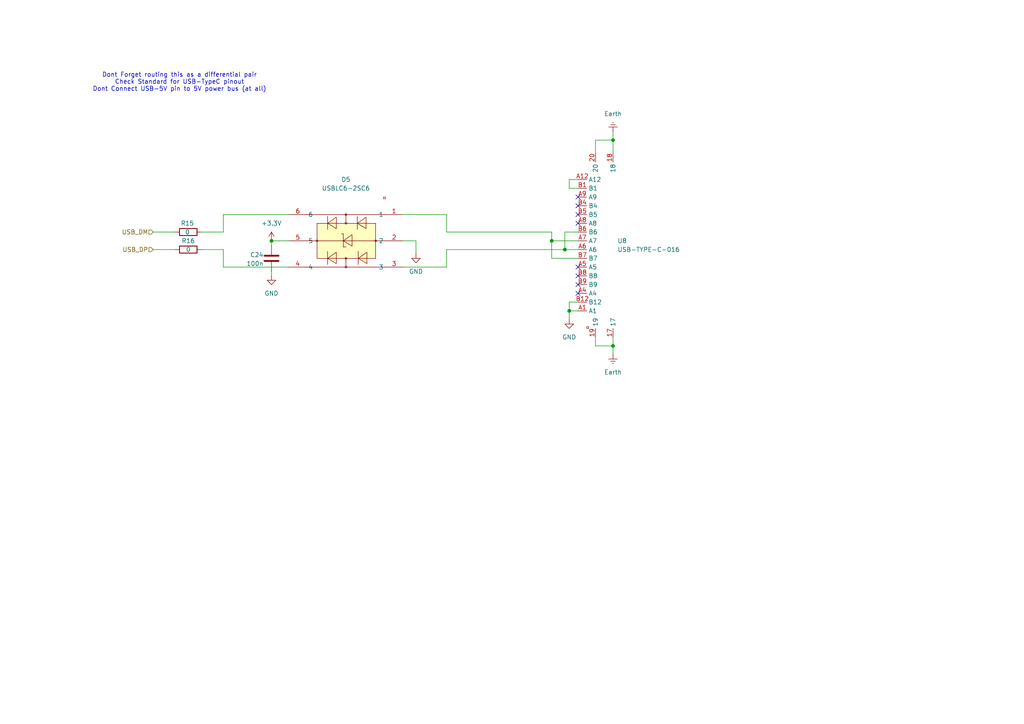
<source format=kicad_sch>
(kicad_sch (version 20250114) (generator "eeschema") (generator_version "9.0")
  (paper "A4")
  (lib_symbols
    (symbol "Device:C" (pin_numbers (hide yes)) (pin_names (offset 0.254))
      (property "Reference" "C" (at 0.635 2.54 0))
      (property "Value" "C" (at 0.635 -2.54 0))
      (symbol "C_0_1"
        (polyline (pts (xy -2.032 0.762) (xy 2.032 0.762)) (stroke (width 0.508)))
        (polyline (pts (xy -2.032 -0.762) (xy 2.032 -0.762)) (stroke (width 0.508)))
      )
      (symbol "C_1_1"
        (pin passive line (at 0 3.81 270) (length 2.794) (name "~") (number "1"))
        (pin passive line (at 0 -3.81 90) (length 2.794) (name "~") (number "2"))
      )
    )
    (symbol "Device:R" (pin_numbers (hide yes)) (pin_names (offset 0))
      (property "Reference" "R" (at 2.032 0 90))
      (property "Value" "R" (at 0 0 90))
      (symbol "R_0_1"
        (rectangle (start -1.016 -2.54) (end 1.016 2.54) (stroke (width 0.254)))
      )
      (symbol "R_1_1"
        (pin passive line (at 0 3.81 270) (length 1.27) (name "~") (number "1"))
        (pin passive line (at 0 -3.81 90) (length 1.27) (name "~") (number "2"))
      )
    )
    (symbol "EasyEDA:USB-TYPE-C-016"
      (property "Reference" "U" (at 0 12.7 0))
      (property "Value" "USB-TYPE-C-016" (at 0 -7.62 0))
      (symbol "USB-TYPE-C-016_0_1"
        (rectangle (start -16.51 5.08) (end -16 4.57) (fill (type background)))
        (pin unspecified line (at -19.05 2.54 0) (length 2.54) (name "19") (number "19"))
        (pin unspecified line (at -19.05 -2.54 0) (length 2.54) (name "17") (number "17"))
        (pin unspecified line (at -11.43 7.62 270) (length 2.54) (name "A1") (number "A1"))
        (pin unspecified line (at -8.89 7.62 270) (length 2.54) (name "B12") (number "B12"))
        (pin unspecified line (at -6.35 7.62 270) (length 2.54) (name "A4") (number "A4"))
        (pin unspecified line (at -3.81 7.62 270) (length 2.54) (name "B9") (number "B9"))
        (pin unspecified line (at -1.27 7.62 270) (length 2.54) (name "B8") (number "B8"))
        (pin unspecified line (at 1.27 7.62 270) (length 2.54) (name "A5") (number "A5"))
        (pin unspecified line (at 3.81 7.62 270) (length 2.54) (name "B7") (number "B7"))
        (pin unspecified line (at 6.35 7.62 270) (length 2.54) (name "A6") (number "A6"))
        (pin unspecified line (at 8.89 7.62 270) (length 2.54) (name "A7") (number "A7"))
        (pin unspecified line (at 11.43 7.62 270) (length 2.54) (name "B6") (number "B6"))
        (pin unspecified line (at 13.97 7.62 270) (length 2.54) (name "A8") (number "A8"))
        (pin unspecified line (at 16.51 7.62 270) (length 2.54) (name "B5") (number "B5"))
        (pin unspecified line (at 19.05 7.62 270) (length 2.54) (name "B4") (number "B4"))
        (pin unspecified line (at 21.59 7.62 270) (length 2.54) (name "A9") (number "A9"))
        (pin unspecified line (at 24.13 7.62 270) (length 2.54) (name "B1") (number "B1"))
        (pin unspecified line (at 26.67 7.62 270) (length 2.54) (name "A12") (number "A12"))
        (pin unspecified line (at 34.29 2.54 180) (length 2.54) (name "20") (number "20"))
        (pin unspecified line (at 34.29 -2.54 180) (length 2.54) (name "18") (number "18"))
      )
    )
    (symbol "EasyEDA:USBLC6-2SC6"
      (property "Reference" "D" (at 0 12.7 0))
      (property "Value" "USBLC6-2SC6" (at 0 -12.7 0))
      (symbol "USBLC6-2SC6_0_1"
        (rectangle (start -11.43 12.7) (end -10.92 12.19) (fill (type background)))
        (polyline (pts (xy -11.43 7.62) (xy 11.43 7.62)))
        (polyline (pts (xy -11.43 0) (xy 11.43 0)))
        (polyline (pts (xy -11.43 -7.62) (xy 11.43 -7.62)))
        (circle (center -8.64 0) (radius 0.25))
        (polyline (pts (xy -8.64 0) (xy -8.64 5.08) (xy 8.38 5.08) (xy 8.38 -5.08) (xy -8.64 -5.08) (xy -8.64 0)) (fill (type background)))
        (polyline (pts (xy -6.1 -6.6) (xy -3.56 -5.08) (xy -6.1 -3.3) (xy -6.1 -6.6)) (fill (type background)))
        (polyline (pts (xy -5.84 3.56) (xy -3.3 5.08) (xy -5.84 6.86) (xy -5.84 3.56)) (fill (type background)))
        (polyline (pts (xy -3.56 -3.05) (xy -3.56 -3.05) (xy -3.56 -6.86) (xy -3.56 -6.86)))
        (polyline (pts (xy -3.3 7.11) (xy -3.3 7.11) (xy -3.3 3.3) (xy -3.3 3.3)))
        (polyline (pts (xy -1.78 -1.52) (xy 0.76 0) (xy -1.78 1.78) (xy -1.78 -1.52)) (fill (type background)))
        (circle (center 0 7.62) (radius 0.25))
        (polyline (pts (xy 0 7.62) (xy 0 5.08)))
        (circle (center 0 5.08) (radius 0.25))
        (circle (center 0 -5.08) (radius 0.25))
        (polyline (pts (xy 0 -7.62) (xy 0 -5.08)))
        (circle (center 0 -7.62) (radius 0.25))
        (polyline (pts (xy 1.27 2.03) (xy 0.76 2.03) (xy 0.76 -1.78) (xy 0 -1.78)))
        (polyline (pts (xy 2.79 3.56) (xy 5.33 5.08) (xy 2.79 6.86) (xy 2.79 3.56)) (fill (type background)))
        (polyline (pts (xy 2.79 -6.6) (xy 5.33 -5.08) (xy 2.79 -3.3) (xy 2.79 -6.6)) (fill (type background)))
        (polyline (pts (xy 5.33 7.11) (xy 5.33 7.11) (xy 5.33 3.3) (xy 5.33 3.3)))
        (polyline (pts (xy 5.33 -3.05) (xy 5.33 -3.05) (xy 5.33 -6.86) (xy 5.33 -6.86)))
        (circle (center 8.38 0) (radius 0.25))
        (pin input line (at -16.51 7.62 0) (length 5.08) (name "1") (number "1"))
        (pin input line (at -16.51 0 0) (length 5.08) (name "2") (number "2"))
        (pin input line (at -16.51 -7.62 0) (length 5.08) (name "3") (number "3"))
        (pin input line (at 16.51 7.62 180) (length 5.08) (name "6") (number "6"))
        (pin input line (at 16.51 0 180) (length 5.08) (name "5") (number "5"))
        (pin input line (at 16.51 -7.62 180) (length 5.08) (name "4") (number "4"))
      )
    )
    (symbol "power:+3.3V" (power) (pin_numbers (hide yes)) (pin_names (offset 0) (hide yes))
      (property "Value" "+3.3V" (at 0 3.556 0))
      (symbol "+3.3V_0_1"
        (polyline (pts (xy -0.762 1.27) (xy 0 2.54)))
        (polyline (pts (xy 0 2.54) (xy 0.762 1.27)))
        (polyline (pts (xy 0 0) (xy 0 2.54)))
      )
      (symbol "+3.3V_1_1"
        (pin power_in line (at 0 0 90) (length 0) (name "~") (number "1"))
      )
    )
    (symbol "power:Earth" (power) (pin_numbers (hide yes)) (pin_names (offset 0) (hide yes))
      (property "Value" "Earth" (at 0 -3.81 0))
      (symbol "Earth_0_1"
        (polyline (pts (xy -0.635 -1.905) (xy 0.635 -1.905)))
        (polyline (pts (xy -0.127 -2.54) (xy 0.127 -2.54)))
        (polyline (pts (xy 0 -1.27) (xy 0 0)))
        (polyline (pts (xy 1.27 -1.27) (xy -1.27 -1.27)))
      )
      (symbol "Earth_1_1"
        (pin power_in line (at 0 0 270) (length 0) (name "~") (number "1"))
      )
    )
    (symbol "power:GND" (power) (pin_numbers (hide yes)) (pin_names (offset 0) (hide yes))
      (property "Value" "GND" (at 0 -3.81 0))
      (symbol "GND_0_1"
        (polyline (pts (xy 0 0) (xy 0 -1.27) (xy 1.27 -1.27) (xy 0 -2.54) (xy -1.27 -1.27) (xy 0 -1.27)))
      )
      (symbol "GND_1_1"
        (pin power_in line (at 0 0 270) (length 0) (name "~") (number "1"))
      )
    )
  )
  (text "Dont Forget routing this as a differential pair\nCheck Standard for USB-TypeC pinout\nDont Connect USB-5V pin to 5V power bus (at all)" (at 52.07 23.876 0) (effects (font (size 1.27 1.27))))
  (junction (at 78.74 69.85))
  (junction (at 165.1 90.17))
  (junction (at 177.8 100.33))
  (junction (at 160.02 69.85))
  (junction (at 177.8 40.64))
  (junction (at 163.83 72.39))
  (no_connect (at 167.64 80.01))
  (no_connect (at 167.64 64.77))
  (no_connect (at 167.64 57.15))
  (no_connect (at 167.64 77.47))
  (no_connect (at 167.64 82.55))
  (no_connect (at 167.64 59.69))
  (no_connect (at 167.64 62.23))
  (no_connect (at 167.64 85.09))
  (wire (pts (xy 64.77 77.47) (xy 64.77 72.39)))
  (wire (pts (xy 64.77 67.31) (xy 64.77 62.23)))
  (wire (pts (xy 165.1 52.07) (xy 165.1 54.61)))
  (wire (pts (xy 177.8 97.79) (xy 177.8 100.33)))
  (wire (pts (xy 167.64 67.31) (xy 163.83 67.31)))
  (wire (pts (xy 116.84 62.23) (xy 129.54 62.23)))
  (wire (pts (xy 83.82 77.47) (xy 64.77 77.47)))
  (wire (pts (xy 167.64 87.63) (xy 165.1 87.63)))
  (wire (pts (xy 64.77 62.23) (xy 83.82 62.23)))
  (wire (pts (xy 78.74 78.74) (xy 78.74 80.01)))
  (wire (pts (xy 120.65 69.85) (xy 120.65 73.66)))
  (wire (pts (xy 165.1 54.61) (xy 167.64 54.61)))
  (wire (pts (xy 129.54 77.47) (xy 116.84 77.47)))
  (wire (pts (xy 167.64 52.07) (xy 165.1 52.07)))
  (wire (pts (xy 129.54 72.39) (xy 129.54 77.47)))
  (wire (pts (xy 64.77 67.31) (xy 58.42 67.31)))
  (wire (pts (xy 160.02 67.31) (xy 160.02 69.85)))
  (wire (pts (xy 129.54 72.39) (xy 163.83 72.39)))
  (wire (pts (xy 172.72 40.64) (xy 172.72 44.45)))
  (wire (pts (xy 172.72 40.64) (xy 177.8 40.64)))
  (wire (pts (xy 177.8 102.87) (xy 177.8 100.33)))
  (wire (pts (xy 129.54 67.31) (xy 160.02 67.31)))
  (wire (pts (xy 44.45 72.39) (xy 50.8 72.39)))
  (wire (pts (xy 78.74 71.12) (xy 78.74 69.85)))
  (wire (pts (xy 160.02 69.85) (xy 167.64 69.85)))
  (wire (pts (xy 163.83 72.39) (xy 167.64 72.39)))
  (wire (pts (xy 172.72 100.33) (xy 177.8 100.33)))
  (wire (pts (xy 64.77 72.39) (xy 58.42 72.39)))
  (wire (pts (xy 160.02 69.85) (xy 160.02 74.93)))
  (wire (pts (xy 120.65 69.85) (xy 116.84 69.85)))
  (wire (pts (xy 129.54 62.23) (xy 129.54 67.31)))
  (wire (pts (xy 172.72 97.79) (xy 172.72 100.33)))
  (wire (pts (xy 78.74 69.85) (xy 83.82 69.85)))
  (wire (pts (xy 163.83 67.31) (xy 163.83 72.39)))
  (wire (pts (xy 165.1 90.17) (xy 165.1 92.71)))
  (wire (pts (xy 160.02 74.93) (xy 167.64 74.93)))
  (wire (pts (xy 165.1 87.63) (xy 165.1 90.17)))
  (wire (pts (xy 177.8 40.64) (xy 177.8 38.1)))
  (wire (pts (xy 177.8 44.45) (xy 177.8 40.64)))
  (wire (pts (xy 44.45 67.31) (xy 50.8 67.31)))
  (wire (pts (xy 165.1 90.17) (xy 167.64 90.17)))
  (hierarchical_label "USB_DM" (shape input) (at 44.45 67.31 180))
  (hierarchical_label "USB_DP" (shape input) (at 44.45 72.39 180))
  (symbol (lib_id "Device:R") (at 54.61 72.39 90) (unit 1)
    (property "Reference" "R16" (at 54.61 69.85 90))
    (property "Value" "0" (at 54.61 72.39 90))
    (property "Footprint" "Resistor_SMD:R_0805_2012Metric" (effects (hide yes)))
    (property "Description" "Resistor" (effects (hide yes)))
  )
  (symbol (lib_id "power:GND") (at 120.65 73.66 0) (unit 1)
    (property "Reference" "#PWR064" (effects (hide yes)))
    (property "Value" "GND" (at 120.65 78.74 0))
    (property "Description" "Power symbol creates a global label with name \"GND\" , ground" (effects (hide yes)))
  )
  (symbol (lib_id "power:GND") (at 78.74 80.01 0) (mirror y) (unit 1)
    (property "Reference" "#PWR065" (effects (hide yes)))
    (property "Value" "GND" (at 78.74 85.09 0))
    (property "Description" "Power symbol creates a global label with name \"GND\" , ground" (effects (hide yes)))
  )
  (symbol (lib_id "power:Earth") (at 177.8 38.1 0) (mirror x) (unit 1)
    (property "Reference" "#PWR091" (effects (hide yes)))
    (property "Value" "Earth" (at 177.8 33.02 0))
    (property "Description" "Power symbol creates a global label with name \"Earth\"" (effects (hide yes)))
  )
  (symbol (lib_id "power:Earth") (at 177.8 102.87 0) (unit 1)
    (property "Reference" "#PWR041" (effects (hide yes)))
    (property "Value" "Earth" (at 177.8 107.95 0))
    (property "Description" "Power symbol creates a global label with name \"Earth\"" (effects (hide yes)))
  )
  (symbol (lib_id "Device:C") (at 78.74 74.93 0) (mirror y) (unit 1)
    (property "Reference" "C24" (at 76.454 73.914 0) (effects (justify left)))
    (property "Value" "100n" (at 76.454 76.454 0) (effects (justify left)))
    (property "Footprint" "Capacitor_SMD:C_0805_2012Metric" (effects (hide yes)))
    (property "Description" "Unpolarized capacitor" (effects (hide yes)))
  )
  (symbol (lib_id "power:GND") (at 165.1 92.71 0) (unit 1)
    (property "Reference" "#PWR092" (effects (hide yes)))
    (property "Value" "GND" (at 165.1 97.79 0))
    (property "Description" "Power symbol creates a global label with name \"GND\" , ground" (effects (hide yes)))
  )
  (symbol (lib_id "Device:R") (at 54.61 67.31 90) (unit 1)
    (property "Reference" "R15" (at 54.356 64.77 90))
    (property "Value" "0" (at 54.356 67.31 90))
    (property "Footprint" "Resistor_SMD:R_0805_2012Metric" (effects (hide yes)))
    (property "Description" "Resistor" (effects (hide yes)))
  )
  (symbol (lib_id "EasyEDA:USB-TYPE-C-016") (at 175.26 78.74 90) (unit 1)
    (property "Reference" "U8" (at 179.07 69.8499 90) (effects (justify right)))
    (property "Value" "USB-TYPE-C-016" (at 179.07 72.3899 90) (effects (justify right)))
    (property "Footprint" "EasyEDA:USB-SMD_TYPE-C16PCB1.6073" (effects (hide yes)))
    (property "LCSC Part" "C2927036" (effects (hide yes)))
  )
  (symbol (lib_id "power:+3.3V") (at 78.74 69.85 0) (mirror y) (unit 1)
    (property "Reference" "#PWR066" (effects (hide yes)))
    (property "Value" "+3.3V" (at 78.74 64.77 0))
    (property "Description" "Power symbol creates a global label with name \"+3.3V\"" (effects (hide yes)))
  )
  (symbol (lib_id "EasyEDA:USBLC6-2SC6") (at 100.33 69.85 0) (mirror y) (unit 1)
    (property "Reference" "D5" (at 100.33 52.07 0))
    (property "Value" "USBLC6-2SC6" (at 100.33 54.61 0))
    (property "Footprint" "EasyEDA:SOT-23-6_L2.9-W1.6-P0.95-LS2.8-BL" (effects (hide yes)))
    (property "Datasheet" "https://lcsc.com/product-detail/Diodes-ESD_STMicroelectronics_USBLC6-2SC6_USBLC6-2SC6_C7519.html" (effects (hide yes)))
    (property "LCSC Part" "C7519" (effects (hide yes)))
  )
)
</source>
